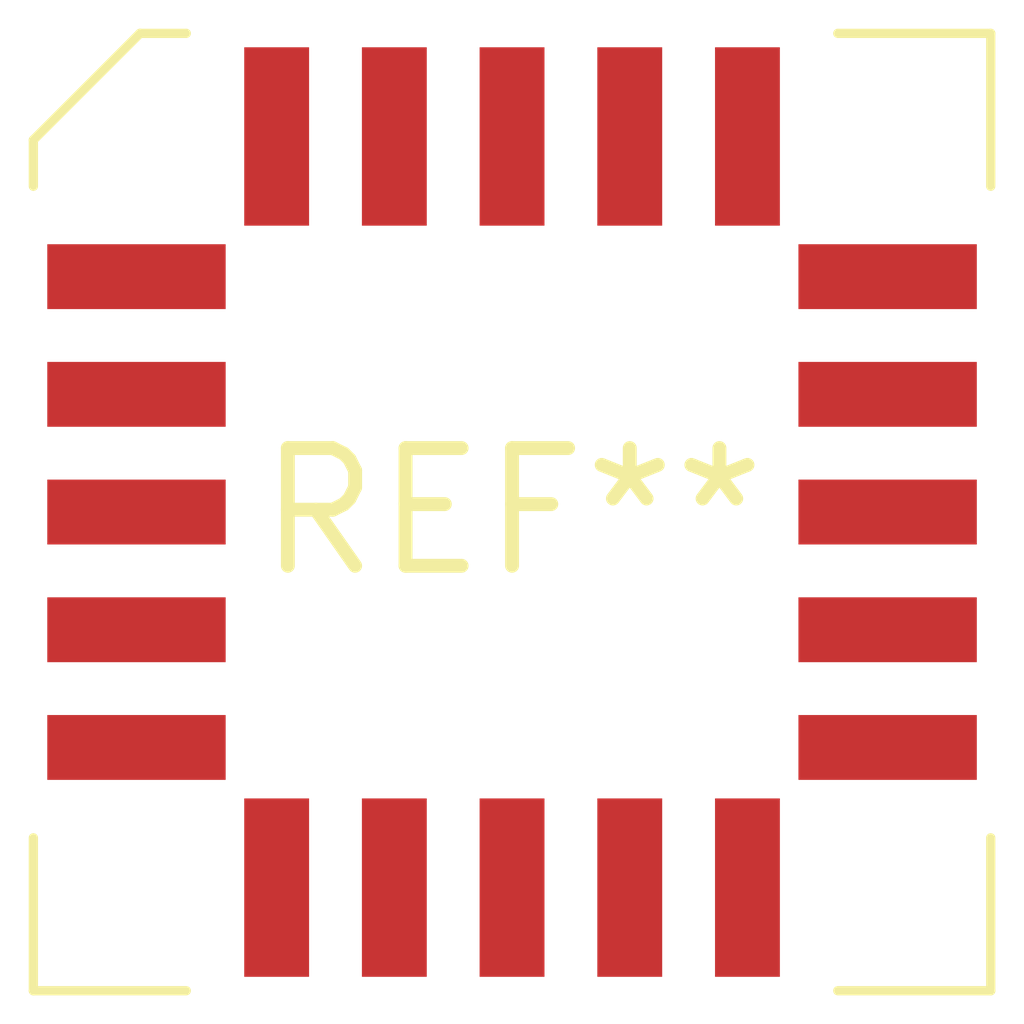
<source format=kicad_pcb>
(kicad_pcb (version 20240108) (generator pcbnew)
  (layers (0 "F.Cu" signal) (31 "B.Cu" signal) (34 "B.Paste" user) (35 "F.Paste" user) (36 "B.SilkS" user "B.Silkscreen") (37 "F.SilkS" user "F.Silkscreen") (38 "B.Mask" user) (39 "F.Mask" user) (44 "Edge.Cuts" user))
  (net 0 "")
  (footprint "PLCC-20" (layer "F.Cu") (at 0 0)
    (property "Reference" "REF**")
    (property "Value" "PLCC-20")
    (fp_line (start -5.165 -4.015) (end -5.165 -3.515) (layer "F.SilkS") (stroke (width 0.1)))
    (fp_line (start -5.165 5.165) (end -5.165 3.515) (layer "F.SilkS") (stroke (width 0.1)))
    (fp_line (start -4.015 -5.165) (end -5.165 -4.015) (layer "F.SilkS") (stroke (width 0.1)))
    (fp_line (start -3.515 -5.165) (end -4.015 -5.165) (layer "F.SilkS") (stroke (width 0.1)))
    (fp_line (start -3.515 5.165) (end -5.165 5.165) (layer "F.SilkS") (stroke (width 0.1)))
    (fp_line (start 3.515 -5.165) (end 5.165 -5.165) (layer "F.SilkS") (stroke (width 0.1)))
    (fp_line (start 3.515 5.165) (end 5.165 5.165) (layer "F.SilkS") (stroke (width 0.1)))
    (fp_line (start 5.165 -5.165) (end 5.165 -3.515) (layer "F.SilkS") (stroke (width 0.1)))
    (fp_line (start 5.165 5.165) (end 5.165 3.515) (layer "F.SilkS") (stroke (width 0.1)))
    (pad "1" smd rect (at 0 -4.0525) (size 0.7 1.925) (layers "F.Cu" "F.Paste" "F.Mask"))
    (pad "2" smd rect (at -1.27 -4.0525) (size 0.7 1.925) (layers "F.Cu" "F.Paste" "F.Mask"))
    (pad "3" smd rect (at -2.54 -4.0525) (size 0.7 1.925) (layers "F.Cu" "F.Paste" "F.Mask"))
    (pad "4" smd rect (at -4.0525 -2.54) (size 1.925 0.7) (layers "F.Cu" "F.Paste" "F.Mask"))
    (pad "5" smd rect (at -4.0525 -1.27) (size 1.925 0.7) (layers "F.Cu" "F.Paste" "F.Mask"))
    (pad "6" smd rect (at -4.0525 0) (size 1.925 0.7) (layers "F.Cu" "F.Paste" "F.Mask"))
    (pad "7" smd rect (at -4.0525 1.27) (size 1.925 0.7) (layers "F.Cu" "F.Paste" "F.Mask"))
    (pad "8" smd rect (at -4.0525 2.54) (size 1.925 0.7) (layers "F.Cu" "F.Paste" "F.Mask"))
    (pad "9" smd rect (at -2.54 4.0525) (size 0.7 1.925) (layers "F.Cu" "F.Paste" "F.Mask"))
    (pad "10" smd rect (at -1.27 4.0525) (size 0.7 1.925) (layers "F.Cu" "F.Paste" "F.Mask"))
    (pad "11" smd rect (at 0 4.0525) (size 0.7 1.925) (layers "F.Cu" "F.Paste" "F.Mask"))
    (pad "12" smd rect (at 1.27 4.0525) (size 0.7 1.925) (layers "F.Cu" "F.Paste" "F.Mask"))
    (pad "13" smd rect (at 2.54 4.0525) (size 0.7 1.925) (layers "F.Cu" "F.Paste" "F.Mask"))
    (pad "14" smd rect (at 4.0525 2.54) (size 1.925 0.7) (layers "F.Cu" "F.Paste" "F.Mask"))
    (pad "15" smd rect (at 4.0525 1.27) (size 1.925 0.7) (layers "F.Cu" "F.Paste" "F.Mask"))
    (pad "16" smd rect (at 4.0525 0) (size 1.925 0.7) (layers "F.Cu" "F.Paste" "F.Mask"))
    (pad "17" smd rect (at 4.0525 -1.27) (size 1.925 0.7) (layers "F.Cu" "F.Paste" "F.Mask"))
    (pad "18" smd rect (at 4.0525 -2.54) (size 1.925 0.7) (layers "F.Cu" "F.Paste" "F.Mask"))
    (pad "19" smd rect (at 2.54 -4.0525) (size 0.7 1.925) (layers "F.Cu" "F.Paste" "F.Mask"))
    (pad "20" smd rect (at 1.27 -4.0525) (size 0.7 1.925) (layers "F.Cu" "F.Paste" "F.Mask"))
  )
)
</source>
